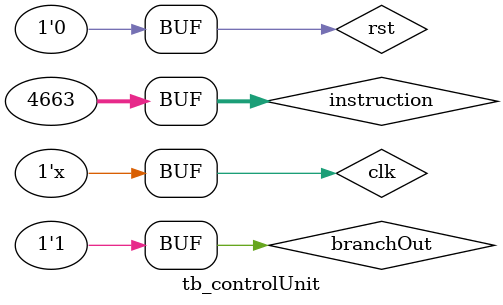
<source format=v>
`timescale 1ns / 1ps

module tb_controlUnit;

   reg clk;
   reg rst;
   reg [31:0] instruction;
   reg branchOut;
   
   wire iMemRead;
   wire [6:0] opCode;
   wire [2:0] funct3;

   wire memPC, regWrite,
        dMemRead, dMemWrite, 
        aluSrcA, aluSrcB, aluOutDataSel;
        
   wire [1:0] pcSelect;
   wire [2:0] branchOp;
   wire [1:0] aluOp;
   
   wire [3:0] cstate;

   controlUnit dut (
        .clk(clk),
        .rst(rst),
        .opCode(opCode),
        .funct3(funct3),
        .iMemRead(iMemRead),
        .branchOut(branchOut),
        .memPC(memPC),
        .regWrite(regWrite),
        .cstate(cstate),
        .dMemRead(dMemRead),
        .dMemWrite(dMemWrite),
        .aluSrcA(aluSrcA),
        .aluSrcB(aluSrcB),
        .pcSelect(pcSelect),
        .branchOp(branchOp),
        .aluOp(aluOp),
        .aluOutDataSel(aluOutDataSel)     
    );
   
   
   initial clk = 0;
   always #5 clk = ~clk;

   initial begin
      rst = 1;
      #10 rst = 0; 
      instruction = 32'h002080B3;       // R-type 
      #45 instruction = 32'h00100093;   // I-type 
      
      #40 branchOut = 1;
      instruction = 32'h00D36363;       // B-type
      
      #40 instruction = 32'h02853623;   // S-type
      #40 instruction = 32'h00024803;   // L type
      #50 instruction = 32'hFFDFF06F;   // J-type 
      #30 instruction = 32'h00001217;   // AUIPC 
      #40 instruction = 32'h00001237;   // LUI


   end

endmodule


</source>
